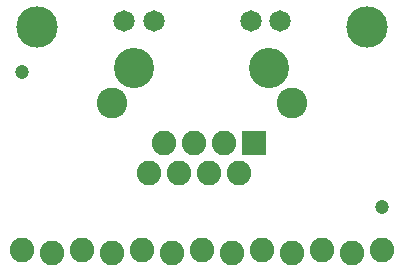
<source format=gbr>
G04 EAGLE Gerber RS-274X export*
G75*
%MOMM*%
%FSLAX34Y34*%
%LPD*%
%INSoldermask Top*%
%IPPOS*%
%AMOC8*
5,1,8,0,0,1.08239X$1,22.5*%
G01*
%ADD10C,2.082800*%
%ADD11R,2.082800X2.082800*%
%ADD12C,2.603200*%
%ADD13C,1.812800*%
%ADD14C,3.403200*%
%ADD15C,1.203200*%
%ADD16C,3.505200*%


D10*
X12700Y13970D03*
X38100Y11430D03*
X63500Y13970D03*
X88900Y11430D03*
X114300Y13970D03*
X139700Y11430D03*
X165100Y13970D03*
X190500Y11430D03*
X215900Y13970D03*
X241300Y11430D03*
X266700Y13970D03*
X292100Y11430D03*
X317500Y13970D03*
X120650Y79550D03*
X133350Y104950D03*
X146050Y79550D03*
X171450Y79550D03*
X196850Y79550D03*
X158750Y104950D03*
X184150Y104950D03*
D11*
X209550Y104950D03*
D12*
X241300Y138400D03*
X89300Y138400D03*
D13*
X231300Y208400D03*
X99300Y208400D03*
X124300Y208400D03*
X206300Y208400D03*
D14*
X222250Y168450D03*
X107950Y168450D03*
D15*
X12700Y165100D03*
X317500Y50800D03*
D16*
X304800Y203200D03*
X25400Y203200D03*
M02*

</source>
